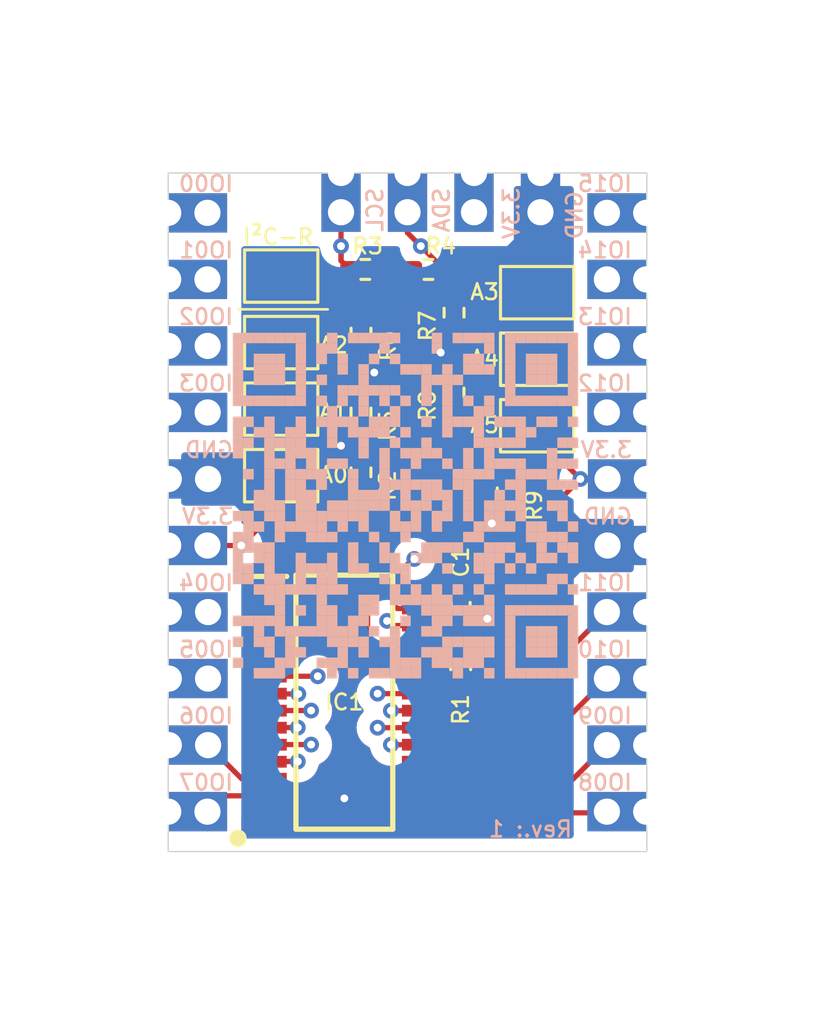
<source format=kicad_pcb>
(kicad_pcb (version 20240108) (generator "pcbnew") (generator_version "8.0")
  (title_block (title "Breakout board: IO-Expander based on PCA9685") (date "2024-06-09") (rev "1") (company "Thomas Fanninger") (comment 4 "AISLER Project ID: HDXRUNUK"))
  (layers (0 "F.Cu" signal) (1 "In1.Cu" signal) (2 "In2.Cu" signal) (31 "B.Cu" signal) (34 "B.Paste" user) (35 "F.Paste" user) (36 "B.SilkS" user "B.Silkscreen") (37 "F.SilkS" user "F.Silkscreen") (38 "B.Mask" user) (39 "F.Mask" user) (44 "Edge.Cuts" user))
  (net 0 "")
  (net 1 "/A2")
  (net 2 "/A1")
  (net 3 "/IO14")
  (net 5 "/IO4")
  (net 6 "/IO15")
  (net 7 "/A5")
  (net 8 "/IO2")
  (net 9 "/SCL")
  (net 10 "/IO11")
  (net 11 "GNDD")
  (net 12 "/IO1")
  (net 13 "/IO5")
  (net 14 "/A3")
  (net 15 "/IO13")
  (net 16 "/IO10")
  (net 17 "/IO8")
  (net 18 "/IO12")
  (net 19 "/A0")
  (net 20 "+3.3V")
  (net 21 "/A4")
  (net 22 "/IO3")
  (net 23 "/IO6")
  (net 24 "/IO7")
  (net 25 "/IO0")
  (net 26 "/IO9")
  (net 27 "/~{OE}")
  (net 28 "/SDA")
  (net 29 "Net-(JP2-A)")
  (footprint "Castellated_Holes:Castellated_Hole02" (layer "F.Cu") (at 96.52 79.756)
    (property "Reference" "J1" (hide yes))
    (property "Value" "~" (hide yes))
    (pad "1" thru_hole rect (at 0 0) (size 2.25 1.5) (drill 1 (offset 1.125 0)) (property pad_prop_castellated) (layers "*.Cu" "*.Mask") (net 25 "/IO0"))
    (pad "1" thru_hole circle (at 1.5 0) (size 1.5 1.5) (drill 1) (property pad_prop_castellated) (layers "*.Cu" "*.Mask") (net 25 "/IO0"))
  )
  (footprint "Jumper:SolderJumper-2_P1.3mm_Open_TrianglePad1.0x1.5mm" (layer "F.Cu") (at 110.617 82.804)
    (property "Reference" "JP5" (hide yes))
    (property "Value" "SolderJumper_2_Open" (hide yes))
    (pad "1" smd custom (at -0.725 0) (size 0.3 0.3) (layers "F.Cu" "F.Mask") (net 14 "/A3") (options (clearance outline) (anchor rect)) (primitives (gr_poly (pts (xy 1 0) (xy 0.5 0.75) (xy -0.5 0.75) (xy -0.5 -0.75) (xy 0.5 -0.75)) (width 0) (fill yes))))
    (pad "2" smd custom (at 0.725 0) (size 0.3 0.3) (layers "F.Cu" "F.Mask") (net 20 "+3.3V") (options (clearance outline) (anchor rect)) (primitives (gr_poly (pts (xy 0.5 0.75) (xy -0.65 0.75) (xy -0.15 0) (xy -0.65 -0.75) (xy 0.5 -0.75)) (width 0) (fill yes))))
  )
  (footprint "Castellated_Holes:Castellated_Hole02" (layer "F.Cu") (at 114.784 102.616 180)
    (property "Reference" "J9" (hide yes))
    (property "Value" "~" (hide yes))
    (pad "1" thru_hole rect (at 0 0 180) (size 2.25 1.5) (drill 1 (offset 1.125 0)) (property pad_prop_castellated) (layers "*.Cu" "*.Mask") (net 17 "/IO8"))
    (pad "1" thru_hole circle (at 1.5 0 180) (size 1.5 1.5) (drill 1) (property pad_prop_castellated) (layers "*.Cu" "*.Mask") (net 17 "/IO8"))
  )
  (footprint "PCM_kikit:Tab" (layer "F.Cu") (at 113.538 104.394 90)
    (property "Reference" "T4" (hide yes))
    (property "Value" "Tab")
  )
  (footprint "Castellated_Holes:Castellated_Hole02" (layer "F.Cu") (at 114.784 87.376 180)
    (property "Reference" "J13" (hide yes))
    (property "Value" "~" (hide yes))
    (pad "1" thru_hole rect (at 0 0 180) (size 2.25 1.5) (drill 1 (offset 1.125 0)) (property pad_prop_castellated) (layers "*.Cu" "*.Mask") (net 18 "/IO12"))
    (pad "1" thru_hole circle (at 1.5 0 180) (size 1.5 1.5) (drill 1) (property pad_prop_castellated) (layers "*.Cu" "*.Mask") (net 18 "/IO12"))
  )
  (footprint "PCM_kikit:Tab" (layer "F.Cu") (at 97.79 77.978 -90)
    (property "Reference" "T1" (hide yes))
    (property "Value" "Tab")
  )
  (footprint "Resistor_SMD:R_0402_1005Metric_Pad0.72x0.64mm_HandSolder" (layer "F.Cu") (at 106.4635 81.915 180)
    (property "Reference" "R4" (at -0.4705 0.889 180) (layer "F.SilkS") (effects (font (size 0.6 0.6) (thickness 0.1) (bold yes))))
    (property "Value" "10k" (hide yes))
    (pad "1" smd roundrect (at -0.5975 0 180) (size 0.715 0.64) (layers "F.Cu" "F.Paste" "F.Mask") (net 28 "/SDA"))
    (pad "2" smd roundrect (at 0.5975 0 180) (size 0.715 0.64) (layers "F.Cu" "F.Paste" "F.Mask") (net 29 "Net-(JP2-A)"))
  )
  (footprint "Castellated_Holes:Castellated_Hole02" (layer "F.Cu") (at 114.784 94.996 180)
    (property "Reference" "J12" (hide yes))
    (property "Value" "~" (hide yes))
    (pad "1" thru_hole rect (at 0 0 180) (size 2.25 1.5) (drill 1 (offset 1.125 0)) (property pad_prop_castellated) (layers "*.Cu" "*.Mask") (net 10 "/IO11"))
    (pad "1" thru_hole circle (at 1.5 0 180) (size 1.5 1.5) (drill 1) (property pad_prop_castellated) (layers "*.Cu" "*.Mask") (net 10 "/IO11"))
  )
  (footprint "Castellated_Holes:Castellated_Hole02" (layer "F.Cu") (at 114.784 97.536 180)
    (property "Reference" "J11" (hide yes))
    (property "Value" "~" (hide yes))
    (pad "1" thru_hole rect (at 0 0 180) (size 2.25 1.5) (drill 1 (offset 1.125 0)) (property pad_prop_castellated) (layers "*.Cu" "*.Mask") (net 16 "/IO10"))
    (pad "1" thru_hole circle (at 1.5 0 180) (size 1.5 1.5) (drill 1) (property pad_prop_castellated) (layers "*.Cu" "*.Mask") (net 16 "/IO10"))
  )
  (footprint "Jumper:SolderJumper-2_P1.3mm_Open_TrianglePad1.0x1.5mm" (layer "F.Cu") (at 100.838 82.169 180)
    (property "Reference" "JP2" (hide yes))
    (property "Value" "SolderJumper_2_Open" (hide yes))
    (pad "1" smd custom (at -0.725 0 180) (size 0.3 0.3) (layers "F.Cu" "F.Mask") (net 29 "Net-(JP2-A)") (options (clearance outline) (anchor rect)) (primitives (gr_poly (pts (xy 1 0) (xy 0.5 0.75) (xy -0.5 0.75) (xy -0.5 -0.75) (xy 0.5 -0.75)) (width 0) (fill yes))))
    (pad "2" smd custom (at 0.725 0 180) (size 0.3 0.3) (layers "F.Cu" "F.Mask") (net 20 "+3.3V") (options (clearance outline) (anchor rect)) (primitives (gr_poly (pts (xy 0.5 0.75) (xy -0.65 0.75) (xy -0.15 0) (xy -0.65 -0.75) (xy 0.5 -0.75)) (width 0) (fill yes))))
  )
  (footprint "Resistor_SMD:R_0402_1005Metric_Pad0.72x0.64mm_HandSolder" (layer "F.Cu") (at 107.442 86.614 90)
    (property "Reference" "R8" (at -0.508 -1.016 -90) (layer "F.SilkS") (effects (font (size 0.6 0.6) (thickness 0.1) (bold yes))))
    (property "Value" "10k" (hide yes))
    (pad "1" smd roundrect (at -0.5975 0 90) (size 0.715 0.64) (layers "F.Cu" "F.Paste" "F.Mask") (net 21 "/A4"))
    (pad "2" smd roundrect (at 0.5975 0 90) (size 0.715 0.64) (layers "F.Cu" "F.Paste" "F.Mask") (net 11 "GNDD"))
  )
  (footprint "Castellated_Holes:Castellated_Hole02" (layer "F.Cu") (at 96.544 94.996)
    (property "Reference" "J5" (hide yes))
    (property "Value" "~" (hide yes))
    (pad "1" thru_hole rect (at 0 0) (size 2.25 1.5) (drill 1 (offset 1.125 0)) (property pad_prop_castellated) (layers "*.Cu" "*.Mask") (net 5 "/IO4"))
    (pad "1" thru_hole circle (at 1.5 0) (size 1.5 1.5) (drill 1) (property pad_prop_castellated) (layers "*.Cu" "*.Mask") (net 5 "/IO4"))
  )
  (footprint "Resistor_SMD:R_0402_1005Metric_Pad0.72x0.64mm_HandSolder" (layer "F.Cu") (at 104.0505 81.915)
    (property "Reference" "R3" (at 0.0895 -0.889 0) (layer "F.SilkS") (effects (font (size 0.6 0.6) (thickness 0.1) (bold yes))))
    (property "Value" "10k" (hide yes))
    (pad "1" smd roundrect (at -0.5975 0) (size 0.715 0.64) (layers "F.Cu" "F.Paste" "F.Mask") (net 9 "/SCL"))
    (pad "2" smd roundrect (at 0.5975 0) (size 0.715 0.64) (layers "F.Cu" "F.Paste" "F.Mask") (net 29 "Net-(JP2-A)"))
  )
  (footprint "Castellated_Holes:Castellated_Hole02" (layer "F.Cu") (at 110.744 78.232 -90)
    (property "Reference" "J30" (hide yes))
    (property "Value" "~" (hide yes))
    (pad "1" thru_hole rect (at 0 0 270) (size 2.25 1.5) (drill 1 (offset 1.125 0)) (property pad_prop_castellated) (layers "*.Cu" "*.Mask") (net 11 "GNDD"))
    (pad "1" thru_hole circle (at 1.5 0 270) (size 1.5 1.5) (drill 1) (property pad_prop_castellated) (layers "*.Cu" "*.Mask") (net 11 "GNDD"))
  )
  (footprint "Castellated_Holes:Castellated_Hole02" (layer "F.Cu") (at 96.544 100.076)
    (property "Reference" "J7" (hide yes))
    (property "Value" "~" (hide yes))
    (pad "1" thru_hole rect (at 0 0) (size 2.25 1.5) (drill 1 (offset 1.125 0)) (property pad_prop_castellated) (layers "*.Cu" "*.Mask") (net 23 "/IO6"))
    (pad "1" thru_hole circle (at 1.5 0) (size 1.5 1.5) (drill 1) (property pad_prop_castellated) (layers "*.Cu" "*.Mask") (net 23 "/IO6"))
  )
  (footprint "Castellated_Holes:Castellated_Hole02" (layer "F.Cu") (at 96.52 92.456)
    (property "Reference" "J19" (hide yes))
    (property "Value" "~" (hide yes))
    (pad "1" thru_hole rect (at 0 0) (size 2.25 1.5) (drill 1 (offset 1.125 0)) (property pad_prop_castellated) (layers "*.Cu" "*.Mask") (net 20 "+3.3V"))
    (pad "1" thru_hole circle (at 1.5 0) (size 1.5 1.5) (drill 1) (property pad_prop_castellated) (layers "*.Cu" "*.Mask") (net 20 "+3.3V"))
  )
  (footprint "Castellated_Holes:Castellated_Hole02" (layer "F.Cu") (at 108.204 78.232 -90)
    (property "Reference" "J23" (hide yes))
    (property "Value" "~" (hide yes))
    (pad "1" thru_hole rect (at 0 0 270) (size 2.25 1.5) (drill 1 (offset 1.125 0)) (property pad_prop_castellated) (layers "*.Cu" "*.Mask") (net 20 "+3.3V"))
    (pad "1" thru_hole circle (at 1.5 0 270) (size 1.5 1.5) (drill 1) (property pad_prop_castellated) (layers "*.Cu" "*.Mask") (net 20 "+3.3V"))
  )
  (footprint "Castellated_Holes:Castellated_Hole02" (layer "F.Cu") (at 114.784 82.296 180)
    (property "Reference" "J15" (hide yes))
    (property "Value" "~" (hide yes))
    (pad "1" thru_hole rect (at 0 0 180) (size 2.25 1.5) (drill 1 (offset 1.125 0)) (property pad_prop_castellated) (layers "*.Cu" "*.Mask") (net 3 "/IO14"))
    (pad "1" thru_hole circle (at 1.5 0 180) (size 1.5 1.5) (drill 1) (property pad_prop_castellated) (layers "*.Cu" "*.Mask") (net 3 "/IO14"))
  )
  (footprint "library:SOP65P640X110-28N" (layer "F.Cu") (at 103.251 98.436)
    (property "Reference" "IC1" (at 0 0 0) (layer "F.SilkS") (effects (font (size 0.6 0.6) (thickness 0.1) (bold yes))))
    (property "Value" "PCA9685PW,118" (hide yes))
    (pad "1" smd rect (at -2.938 -4.225 90) (size 0.45 1.475) (layers "F.Cu" "F.Paste" "F.Mask") (net 19 "/A0"))
    (pad "2" smd rect (at -2.938 -3.575 90) (size 0.45 1.475) (layers "F.Cu" "F.Paste" "F.Mask") (net 2 "/A1"))
    (pad "3" smd rect (at -2.938 -2.925 90) (size 0.45 1.475) (layers "F.Cu" "F.Paste" "F.Mask") (net 1 "/A2"))
    (pad "4" smd rect (at -2.938 -2.275 90) (size 0.45 1.475) (layers "F.Cu" "F.Paste" "F.Mask") (net 14 "/A3"))
    (pad "5" smd rect (at -2.938 -1.625 90) (size 0.45 1.475) (layers "F.Cu" "F.Paste" "F.Mask") (net 21 "/A4"))
    (pad "6" smd rect (at -2.938 -0.975 90) (size 0.45 1.475) (layers "F.Cu" "F.Paste" "F.Mask") (net 25 "/IO0"))
    (pad "7" smd rect (at -2.938 -0.325 90) (size 0.45 1.475) (layers "F.Cu" "F.Paste" "F.Mask") (net 12 "/IO1"))
    (pad "8" smd rect (at -2.938 0.325 90) (size 0.45 1.475) (layers "F.Cu" "F.Paste" "F.Mask") (net 8 "/IO2"))
    (pad "9" smd rect (at -2.938 0.975 90) (size 0.45 1.475) (layers "F.Cu" "F.Paste" "F.Mask") (net 22 "/IO3"))
    (pad "10" smd rect (at -2.938 1.625 90) (size 0.45 1.475) (layers "F.Cu" "F.Paste" "F.Mask") (net 5 "/IO4"))
    (pad "11" smd rect (at -2.938 2.275 90) (size 0.45 1.475) (layers "F.Cu" "F.Paste" "F.Mask") (net 13 "/IO5"))
    (pad "12" smd rect (at -2.938 2.925 90) (size 0.45 1.475) (layers "F.Cu" "F.Paste" "F.Mask") (net 23 "/IO6"))
    (pad "13" smd rect (at -2.938 3.575 90) (size 0.45 1.475) (layers "F.Cu" "F.Paste" "F.Mask") (net 24 "/IO7"))
    (pad "14" smd rect (at -2.938 4.225 90) (size 0.45 1.475) (layers "F.Cu" "F.Paste" "F.Mask") (net 11 "GNDD"))
    (pad "15" smd rect (at 2.938 4.225 90) (size 0.45 1.475) (layers "F.Cu" "F.Paste" "F.Mask") (net 17 "/IO8"))
    (pad "16" smd rect (at 2.938 3.575 90) (size 0.45 1.475) (layers "F.Cu" "F.Paste" "F.Mask") (net 26 "/IO9"))
    (pad "17" smd rect (at 2.938 2.925 90) (size 0.45 1.475) (layers "F.Cu" "F.Paste" "F.Mask") (net 16 "/IO10"))
    (pad "18" smd rect (at 2.938 2.275 90) (size 0.45 1.475) (layers "F.Cu" "F.Paste" "F.Mask") (net 10 "/IO11"))
    (pad "19" smd rect (at 2.938 1.625 90) (size 0.45 1.475) (layers "F.Cu" "F.Paste" "F.Mask") (net 18 "/IO12"))
    (pad "20" smd rect (at 2.938 0.975 90) (size 0.45 1.475) (layers "F.Cu" "F.Paste" "F.Mask") (net 15 "/IO13"))
    (pad "21" smd rect (at 2.938 0.325 90) (size 0.45 1.475) (layers "F.Cu" "F.Paste" "F.Mask") (net 3 "/IO14"))
    (pad "22" smd rect (at 2.938 -0.325 90) (size 0.45 1.475) (layers "F.Cu" "F.Paste" "F.Mask") (net 6 "/IO15"))
    (pad "23" smd rect (at 2.938 -0.975 90) (size 0.45 1.475) (layers "F.Cu" "F.Paste" "F.Mask") (net 27 "/~{OE}"))
    (pad "24" smd rect (at 2.938 -1.625 90) (size 0.45 1.475) (layers "F.Cu" "F.Paste" "F.Mask") (net 7 "/A5"))
    (pad "25" smd rect (at 2.938 -2.275 90) (size 0.45 1.475) (layers "F.Cu" "F.Paste" "F.Mask"))
    (pad "26" smd rect (at 2.938 -2.925 90) (size 0.45 1.475) (layers "F.Cu" "F.Paste" "F.Mask") (net 9 "/SCL"))
    (pad "27" smd rect (at 2.938 -3.575 90) (size 0.45 1.475) (layers "F.Cu" "F.Paste" "F.Mask") (net 28 "/SDA"))
    (pad "28" smd rect (at 2.938 -4.225 90) (size 0.45 1.475) (layers "F.Cu" "F.Paste" "F.Mask") (net 20 "+3.3V"))
  )
  (footprint "Resistor_SMD:R_0402_1005Metric_Pad0.72x0.64mm_HandSolder" (layer "F.Cu") (at 107.696 97.028 -90)
    (property "Reference" "R1" (at 1.6885 0 90) (layer "F.SilkS") (effects (font (size 0.6 0.6) (thickness 0.1) (bold yes))))
    (property "Value" "10k" (hide yes))
    (pad "1" smd roundrect (at -0.5975 0 270) (size 0.715 0.64) (layers "F.Cu" "F.Paste" "F.Mask") (net 11 "GNDD"))
    (pad "2" smd roundrect (at 0.5975 0 270) (size 0.715 0.64) (layers "F.Cu" "F.Paste" "F.Mask") (net 27 "/~{OE}"))
  )
  (footprint "Jumper:SolderJumper-2_P1.3mm_Open_TrianglePad1.0x1.5mm" (layer "F.Cu") (at 110.617 85.344)
    (property "Reference" "JP6" (hide yes))
    (property "Value" "SolderJumper_2_Open" (hide yes))
    (pad "1" smd custom (at -0.725 0) (size 0.3 0.3) (layers "F.Cu" "F.Mask") (net 21 "/A4") (options (clearance outline) (anchor rect)) (primitives (gr_poly (pts (xy 1 0) (xy 0.5 0.75) (xy -0.5 0.75) (xy -0.5 -0.75) (xy 0.5 -0.75)) (width 0) (fill yes))))
    (pad "2" smd custom (at 0.725 0) (size 0.3 0.3) (layers "F.Cu" "F.Mask") (net 20 "+3.3V") (options (clearance outline) (anchor rect)) (primitives (gr_poly (pts (xy 0.5 0.75) (xy -0.65 0.75) (xy -0.15 0) (xy -0.65 -0.75) (xy 0.5 -0.75)) (width 0) (fill yes))))
  )
  (footprint "Resistor_SMD:R_0402_1005Metric_Pad0.72x0.64mm_HandSolder" (layer "F.Cu") (at 103.886 89.662 90)
    (property "Reference" "R2" (at -0.508 1.016 -90) (layer "F.SilkS") (effects (font (size 0.6 0.6) (thickness 0.1) (bold yes))))
    (property "Value" "10k" (hide yes))
    (pad "1" smd roundrect (at -0.5975 0 90) (size 0.715 0.64) (layers "F.Cu" "F.Paste" "F.Mask") (net 19 "/A0"))
    (pad "2" smd roundrect (at 0.5975 0 90) (size 0.715 0.64) (layers "F.Cu" "F.Paste" "F.Mask") (net 11 "GNDD"))
  )
  (footprint "Resistor_SMD:R_0402_1005Metric_Pad0.72x0.64mm_HandSolder" (layer "F.Cu") (at 107.442 83.566 -90)
    (property "Reference" "R7" (at 0.508 1.016 90) (layer "F.SilkS") (effects (font (size 0.6 0.6) (thickness 0.1) (bold yes))))
    (property "Value" "10k" (hide yes))
    (pad "1" smd roundrect (at -0.5975 0 270) (size 0.715 0.64) (layers "F.Cu" "F.Paste" "F.Mask") (net 14 "/A3"))
    (pad "2" smd roundrect (at 0.5975 0 270) (size 0.715 0.64) (layers "F.Cu" "F.Paste" "F.Mask") (net 11 "GNDD"))
  )
  (footprint "PCM_kikit:Tab" (layer "F.Cu") (at 97.79 104.394 90)
    (property "Reference" "T3" (hide yes))
    (property "Value" "Tab")
  )
  (footprint "Castellated_Holes:Castellated_Hole02" (layer "F.Cu") (at 96.544 89.916)
    (property "Reference" "J18" (hide yes))
    (property "Value" "~" (hide yes))
    (pad "1" thru_hole rect (at 0 0) (size 2.25 1.5) (drill 1 (offset 1.125 0)) (property pad_prop_castellated) (layers "*.Cu" "*.Mask") (net 11 "GNDD"))
    (pad "1" thru_hole circle (at 1.5 0) (size 1.5 1.5) (drill 1) (property pad_prop_castellated) (layers "*.Cu" "*.Mask") (net 11 "GNDD"))
  )
  (footprint "Jumper:SolderJumper-2_P1.3mm_Open_TrianglePad1.0x1.5mm" (layer "F.Cu") (at 100.838 84.709 180)
    (property "Reference" "JP4" (hide yes))
    (property "Value" "SolderJumper_2_Open" (hide yes))
    (pad "1" smd custom (at -0.725 0 180) (size 0.3 0.3) (layers "F.Cu" "F.Mask") (net 1 "/A2") (options (clearance outline) (anchor rect)) (primitives (gr_poly (pts (xy 1 0) (xy 0.5 0.75) (xy -0.5 0.75) (xy -0.5 -0.75) (xy 0.5 -0.75)) (width 0) (fill yes))))
    (pad "2" smd custom (at 0.725 0 180) (size 0.3 0.3) (layers "F.Cu" "F.Mask") (net 20 "+3.3V") (options (clearance outline) (anchor rect)) (primitives (gr_poly (pts (xy 0.5 0.75) (xy -0.65 0.75) (xy -0.15 0) (xy -0.65 -0.75) (xy 0.5 -0.75)) (width 0) (fill yes))))
  )
  (footprint "Jumper:SolderJumper-2_P1.3mm_Open_TrianglePad1.0x1.5mm" (layer "F.Cu") (at 110.617 87.884)
    (property "Reference" "JP7" (hide yes))
    (property "Value" "SolderJumper_2_Open" (hide yes))
    (pad "1" smd custom (at -0.725 0) (size 0.3 0.3) (layers "F.Cu" "F.Mask") (net 7 "/A5") (options (clearance outline) (anchor rect)) (primitives (gr_poly (pts (xy 1 0) (xy 0.5 0.75) (xy -0.5 0.75) (xy -0.5 -0.75) (xy 0.5 -0.75)) (width 0) (fill yes))))
    (pad "2" smd custom (at 0.725 0) (size 0.3 0.3) (layers "F.Cu" "F.Mask") (net 20 "+3.3V") (options (clearance outline) (anchor rect)) (primitives (gr_poly (pts (xy 0.5 0.75) (xy -0.65 0.75) (xy -0.15 0) (xy -0.65 -0.75) (xy 0.5 -0.75)) (width 0) (fill yes))))
  )
  (footprint "Resistor_SMD:R_0402_1005Metric_Pad0.72x0.64mm_HandSolder" (layer "F.Cu") (at 109.474 90.424 -90)
    (property "Reference" "R9" (at 0.508 -1.016 90) (layer "F.SilkS") (effects (font (size 0.6 0.6) (thickness 0.1) (bold yes))))
    (property "Value" "10k" (hide yes))
    (pad "1" smd roundrect (at -0.5975 0 270) (size 0.715 0.64) (layers "F.Cu" "F.Paste" "F.Mask") (net 7 "/A5"))
    (pad "2" smd roundrect (at 0.5975 0 270) (size 0.715 0.64) (layers "F.Cu" "F.Paste" "F.Mask") (net 11 "GNDD"))
  )
  (footprint "Castellated_Holes:Castellated_Hole02" (layer "F.Cu") (at 114.808 92.456 180)
    (property "Reference" "J20" (hide yes))
    (property "Value" "~" (hide yes))
    (pad "1" thru_hole rect (at 0 0 180) (size 2.25 1.5) (drill 1 (offset 1.125 0)) (property pad_prop_castellated) (layers "*.Cu" "*.Mask") (net 11 "GNDD"))
    (pad "1" thru_hole circle (at 1.5 0 180) (size 1.5 1.5) (drill 1) (property pad_prop_castellated) (layers "*.Cu" "*.Mask") (net 11 "GNDD"))
  )
  (footprint "Castellated_Holes:Castellated_Hole02" (layer "F.Cu") (at 96.528 87.376)
    (property "Reference" "J4" (hide yes))
    (property "Value" "~" (hide yes))
    (pad "1" thru_hole rect (at 0 0) (size 2.25 1.5) (drill 1 (offset 1.125 0)) (property pad_prop_castellated) (layers "*.Cu" "*.Mask") (net 22 "/IO3"))
    (pad "1" thru_hole circle (at 1.5 0) (size 1.5 1.5) (drill 1) (property pad_prop_castellated) (layers "*.Cu" "*.Mask") (net 22 "/IO3"))
  )
  (footprint "Jumper:SolderJumper-2_P1.3mm_Open_TrianglePad1.0x1.5mm" (layer "F.Cu") (at 100.838 89.789 180)
    (property "Reference" "JP1" (hide yes))
    (property "Value" "SolderJumper_2_Open" (hide yes))
    (pad "1" smd custom (at -0.725 0 180) (size 0.3 0.3) (layers "F.Cu" "F.Mask") (net 19 "/A0") (options (clearance outline) (anchor rect)) (primitives (gr_poly (pts (xy 1 0) (xy 0.5 0.75) (xy -0.5 0.75) (xy -0.5 -0.75) (xy 0.5 -0.75)) (width 0) (fill yes))))
    (pad "2" smd custom (at 0.725 0 180) (size 0.3 0.3) (layers "F.Cu" "F.Mask") (net 20 "+3.3V") (options (clearance outline) (anchor rect)) (primitives (gr_poly (pts (xy 0.5 0.75) (xy -0.65 0.75) (xy -0.15 0) (xy -0.65 -0.75) (xy 0.5 -0.75)) (width 0) (fill yes))))
  )
  (footprint "Castellated_Holes:Castellated_Hole02" (layer "F.Cu") (at 114.784 79.756 180)
    (property "Reference" "J16" (hide yes))
    (property "Value" "~" (hide yes))
    (pad "1" thru_hole rect (at 0 0 180) (size 2.25 1.5) (drill 1 (offset 1.125 0)) (property pad_prop_castellated) (layers "*.Cu" "*.Mask") (net 6 "/IO15"))
    (pad "1" thru_hole circle (at 1.5 0 180) (size 1.5 1.5) (drill 1) (property pad_prop_castellated) (layers "*.Cu" "*.Mask") (net 6 "/IO15"))
  )
  (footprint "Castellated_Holes:Castellated_Hole02" (layer "F.Cu") (at 114.784 84.836 180)
    (property "Reference" "J14" (hide yes))
    (property "Value" "~" (hide yes))
    (pad "1" thru_hole rect (at 0 0 180) (size 2.25 1.5) (drill 1 (offset 1.125 0)) (property pad_prop_castellated) (layers "*.Cu" "*.Mask") (net 15 "/IO13"))
    (pad "1" thru_hole circle (at 1.5 0 180) (size 1.5 1.5) (drill 1) (property pad_prop_castellated) (layers "*.Cu" "*.Mask") (net 15 "/IO13"))
  )
  (footprint "Castellated_Holes:Castellated_Hole02" (layer "F.Cu") (at 105.664 78.232 -90)
    (property "Reference" "J29" (hide yes))
    (property "Value" "~" (hide yes))
    (pad "1" thru_hole rect (at 0 0 270) (size 2.25 1.5) (drill 1 (offset 1.125 0)) (property pad_prop_castellated) (layers "*.Cu" "*.Mask") (net 28 "/SDA"))
    (pad "1" thru_hole circle (at 1.5 0 270) (size 1.5 1.5) (drill 1) (property pad_prop_castellated) (layers "*.Cu" "*.Mask") (net 28 "/SDA"))
  )
  (footprint "Castellated_Holes:Castellated_Hole02" (layer "F.Cu") (at 103.124 78.232 -90)
    (property "Reference" "J28" (hide yes))
    (property "Value" "~" (hide yes))
    (pad "1" thru_hole rect (at 0 0 270) (size 2.25 1.5) (drill 1 (offset 1.125 0)) (property pad_prop_castellated) (layers "*.Cu" "*.Mask") (net 9 "/SCL"))
    (pad "1" thru_hole circle (at 1.5 0 270) (size 1.5 1.5) (drill 1) (property pad_prop_castellated) (layers "*.Cu" "*.Mask") (net 9 "/SCL"))
  )
  (footprint "Resistor_SMD:R_0402_1005Metric_Pad0.72x0.64mm_HandSolder" (layer "F.Cu") (at 103.886 87.376 90)
    (property "Reference" "R5" (at -0.508 1.016 -90) (layer "F.SilkS") (effects (font (size 0.6 0.6) (thickness 0.1) (bold yes))))
    (property "Value" "10k" (hide yes))
    (pad "1" smd roundrect (at -0.5975 0 90) (size 0.715 0.64) (layers "F.Cu" "F.Paste" "F.Mask") (net 2 "/A1"))
    (pad "2" smd roundrect (at 0.5975 0 90) (size 0.715 0.64) (layers "F.Cu" "F.Paste" "F.Mask") (net 11 "GNDD"))
  )
  (footprint "Castellated_Holes:Castellated_Hole02" (layer "F.Cu") (at 114.808 89.916 180)
    (property "Reference" "J17" (hide yes))
    (property "Value" "~" (hide yes))
    (pad "1" thru_hole rect (at 0 0 180) (size 2.25 1.5) (drill 1 (offset 1.125 0)) (property pad_prop_castellated) (layers "*.Cu" "*.Mask") (net 20 "+3.3V"))
    (pad "1" thru_hole circle (at 1.5 0 180) (size 1.5 1.5) (drill 1) (property pad_prop_castellated) (layers "*.Cu" "*.Mask") (net 20 "+3.3V"))
  )
  (footprint "Castellated_Holes:Castellated_Hole02" (layer "F.Cu") (at 96.52 102.616)
    (property "Reference" "J8" (hide yes))
    (property "Value" "~" (hide yes))
    (pad "1" thru_hole rect (at 0 0) (size 2.25 1.5) (drill 1 (offset 1.125 0)) (property pad_prop_castellated) (layers "*.Cu" "*.Mask") (net 24 "/IO7"))
    (pad "1" thru_hole circle (at 1.5 0) (size 1.5 1.5) (drill 1) (property pad_prop_castellated) (layers "*.Cu" "*.Mask") (net 24 "/IO7"))
  )
  (footprint "Castellated_Holes:Castellated_Hole02" (layer "F.Cu") (at 96.52 82.296)
    (property "Reference" "J2" (hide yes))
    (property "Value" "~" (hide yes))
    (pad "1" thru_hole rect (at 0 0) (size 2.25 1.5) (drill 1 (offset 1.125 0)) (property pad_prop_castellated) (layers "*.Cu" "*.Mask") (net 12 "/IO1"))
    (pad "1" thru_hole circle (at 1.5 0) (size 1.5 1.5) (drill 1) (property pad_prop_castellated) (layers "*.Cu" "*.Mask") (net 12 "/IO1"))
  )
  (footprint "Castellated_Holes:Castellated_Hole02" (layer "F.Cu") (at 96.544 97.536)
    (property "Reference" "J6" (hide yes))
    (property "Value" "~" (hide yes))
    (pad "1" thru_hole rect (at 0 0) (size 2.25 1.5) (drill 1 (offset 1.125 0)) (property pad_prop_castellated) (layers "*.Cu" "*.Mask") (net 13 "/IO5"))
    (pad "1" thru_hole circle (at 1.5 0) (size 1.5 1.5) (drill 1) (property pad_prop_castellated) (layers "*.Cu" "*.Mask") (net 13 "/IO5"))
  )
  (footprint "Castellated_Holes:Castellated_Hole02" (layer "F.Cu") (at 114.784 100.076 180)
    (property "Reference" "J10" (hide yes))
    (property "Value" "~" (hide yes))
    (pad "1" thru_hole rect (at 0 0 180) (size 2.25 1.5) (drill 1 (offset 1.125 0)) (property pad_prop_castellated) (layers "*.Cu" "*.Mask") (net 26 "/IO9"))
    (pad "1" thru_hole circle (at 1.5 0 180) (size 1.5 1.5) (drill 1) (property pad_prop_castellated) (layers "*.Cu" "*.Mask") (net 26 "/IO9"))
  )
  (footprint "PCM_kikit:Tab" (layer "F.Cu") (at 113.538 77.978 -90)
    (property "Reference" "T2" (hide yes))
    (property "Value" "Tab")
  )
  (footprint "Capacitor_SMD:C_0402_1005Metric_Pad0.74x0.62mm_HandSolder" (layer "F.Cu") (at 107.696 94.742 -90)
    (property "Reference" "C1" (at -1.651 0 90) (layer "F.SilkS") (effects (font (size 0.6 0.6) (thickness 0.1) (bold yes))))
    (property "Value" "10uF" (hide yes))
    (pad "1" smd roundrect (at -0.5675 0 270) (size 0.735 0.62) (layers "F.Cu" "F.Paste" "F.Mask") (net 20 "+3.3V"))
    (pad "2" smd roundrect (at 0.5675 0 270) (size 0.735 0.62) (layers "F.Cu" "F.Paste" "F.Mask") (net 11 "GNDD"))
  )
  (footprint "Castellated_Holes:Castellated_Hole02" (layer "F.Cu") (at 96.528 84.836)
    (property "Reference" "J3" (hide yes))
    (property "Value" "~" (hide yes))
    (pad "1" thru_hole rect (at 0 0) (size 2.25 1.5) (drill 1 (offset 1.125 0)) (property pad_prop_castellated) (layers "*.Cu" "*.Mask") (net 8 "/IO2"))
    (pad "1" thru_hole circle (at 1.5 0) (size 1.5 1.5) (drill 1) (property pad_prop_castellated) (layers "*.Cu" "*.Mask") (net 8 "/IO2"))
  )
  (footprint "Resistor_SMD:R_0402_1005Metric_Pad0.72x0.64mm_HandSolder" (layer "F.Cu") (at 103.886 84.328 -90)
    (property "Reference" "R6" (at 0.508 -1.016 90) (layer "F.SilkS") (effects (font (size 0.6 0.6) (thickness 0.1) (bold yes))))
    (property "Value" "10k" (hide yes))
    (pad "1" smd roundrect (at -0.5975 0 270) (size 0.715 0.64) (layers "F.Cu" "F.Paste" "F.Mask") (net 1 "/A2"))
    (pad "2" smd roundrect (at 0.5975 0 270) (size 0.715 0.64) (layers "F.Cu" "F.Paste" "F.Mask") (net 11 "GNDD"))
  )
  (footprint "Jumper:SolderJumper-2_P1.3mm_Open_TrianglePad1.0x1.5mm" (layer "F.Cu") (at 100.838 87.249 180)
    (property "Reference" "JP3" (hide yes))
    (property "Value" "SolderJumper_2_Open" (hide yes))
    (pad "1" smd custom (at -0.725 0 180) (size 0.3 0.3) (layers "F.Cu" "F.Mask") (net 2 "/A1") (options (clearance outline) (anchor rect)) (primitives (gr_poly (pts (xy 1 0) (xy 0.5 0.75) (xy -0.5 0.75) (xy -0.5 -0.75) (xy 0.5 -0.75)) (width 0) (fill yes))))
    (pad "2" smd custom (at 0.725 0 180) (size 0.3 0.3) (layers "F.Cu" "F.Mask") (net 20 "+3.3V") (options (clearance outline) (anchor rect)) (primitives (gr_poly (pts (xy 0.5 0.75) (xy -0.65 0.75) (xy -0.15 0) (xy -0.65 -0.75) (xy 0.5 -0.75)) (width 0) (fill yes))))
  )
  (footprint "https://github.com/fanningert/kicad_pcb_ioexpander" (layer "B.Cu") (at 105.5878 90.932 180)
    (property "Reference" "QR*****" (hide yes))
    (property "Value" "https://github.com/fanningert/kicad_pcb_ioexpander" (hide yes))
  )
  (gr_line (start 99.187 83.439) (end 102.616 83.439) (stroke (width 0.1)) (layer "F.SilkS"))
  (gr_circle (center 99.187 103.632) (end 99.470981 103.632) (stroke (width 0.1)) (fill solid) (layer "F.SilkS"))
  (gr_line (start 96.52 104.14) (end 114.808 104.14) (stroke (width 0.05)) (layer "Edge.Cuts"))
  (gr_line (start 114.808 104.14) (end 114.808 78.232) (stroke (width 0.05)) (layer "Edge.Cuts"))
  (gr_line (start 114.808 78.232) (end 96.52 78.232) (stroke (width 0.05)) (layer "Edge.Cuts"))
  (gr_line (start 96.52 78.232) (end 96.52 104.14) (stroke (width 0.05)) (layer "Edge.Cuts"))
  (gr_text "IO04" (at 99.06 94.234 0) (layer "B.SilkS") (effects (font (size 0.6 0.6) (thickness 0.1)) (justify left bottom mirror)))
  (gr_text "IO08" (at 114.3 101.854 0) (layer "B.SilkS") (effects (font (size 0.6 0.6) (thickness 0.1)) (justify left bottom mirror)))
  (gr_text "IO07" (at 99.06 101.854 0) (layer "B.SilkS") (effects (font (size 0.6 0.6) (thickness 0.1)) (justify left bottom mirror)))
  (gr_text "GND" (at 99.06 89.154 0) (layer "B.SilkS") (effects (font (size 0.6 0.6) (thickness 0.1)) (justify left bottom mirror)))
  (gr_text "IO01" (at 99.06 81.534 0) (layer "B.SilkS") (effects (font (size 0.6 0.6) (thickness 0.1)) (justify left bottom mirror)))
  (gr_text "IO12" (at 114.3 86.614 0) (layer "B.SilkS") (effects (font (size 0.6 0.6) (thickness 0.1)) (justify left bottom mirror)))
  (gr_text "GND" (at 112.395 78.867 90) (layer "B.SilkS") (effects (font (size 0.6 0.6) (thickness 0.1)) (justify left bottom mirror)))
  (gr_text "IO00" (at 99.06 78.994 0) (layer "B.SilkS") (effects (font (size 0.6 0.6) (thickness 0.1)) (justify left bottom mirror)))
  (gr_text "IO10" (at 114.3 96.774 0) (layer "B.SilkS") (effects (font (size 0.6 0.6) (thickness 0.1)) (justify left bottom mirror)))
  (gr_text "IO09" (at 114.3 99.314 0) (layer "B.SilkS") (effects (font (size 0.6 0.6) (thickness 0.1)) (justify left bottom mirror)))
  (gr_text "SDA" (at 107.315 78.74 90) (layer "B.SilkS") (effects (font (size 0.6 0.6) (thickness 0.1)) (justify left bottom mirror)))
  (gr_text "IO15" (at 114.3 78.994 0) (layer "B.SilkS") (effects (font (size 0.6 0.6) (thickness 0.1)) (justify left bottom mirror)))
  (gr_text "Rev.: ${REVISION}" (at 112.014 103.632 0) (layer "B.SilkS") (effects (font (size 0.6 0.6) (thickness 0.1) (bold yes)) (justify left bottom mirror)))
  (gr_text "3.3V" (at 99.06 91.694 0) (layer "B.SilkS") (effects (font (size 0.6 0.6) (thickness 0.1)) (justify left bottom mirror)))
  (gr_text "IO13" (at 114.3 84.074 0) (layer "B.SilkS") (effects (font (size 0.6 0.6) (thickness 0.1)) (justify left bottom mirror)))
  (gr_text "IO14" (at 114.3 81.534 0) (layer "B.SilkS") (effects (font (size 0.6 0.6) (thickness 0.1)) (justify left bottom mirror)))
  (gr_text "IO11" (at 114.3 94.234 0) (layer "B.SilkS") (effects (font (size 0.6 0.6) (thickness 0.1)) (justify left bottom mirror)))
  (gr_text "3.3V" (at 114.3 89.154 0) (layer "B.SilkS") (effects (font (size 0.6 0.6) (thickness 0.1)) (justify left bottom mirror)))
  (gr_text "IO06" (at 99.06 99.314 0) (layer "B.SilkS") (effects (font (size 0.6 0.6) (thickness 0.1)) (justify left bottom mirror)))
  (gr_text "SCL" (at 104.775 78.74 90) (layer "B.SilkS") (effects (font (size 0.6 0.6) (thickness 0.1)) (justify left bottom mirror)))
  (gr_text "GND" (at 114.3 91.694 0) (layer "B.SilkS") (effects (font (size 0.6 0.6) (thickness 0.1)) (justify left bottom mirror)))
  (gr_text "IO03" (at 99.06 86.614 0) (layer "B.SilkS") (effects (font (size 0.6 0.6) (thickness 0.1)) (justify left bottom mirror)))
  (gr_text "3.3V" (at 109.982 78.74 90) (layer "B.SilkS") (effects (font (size 0.6 0.6) (thickness 0.1)) (justify left bottom mirror)))
  (gr_text "IO02" (at 99.06 84.074 0) (layer "B.SilkS") (effects (font (size 0.6 0.6) (thickness 0.1)) (justify left bottom mirror)))
  (gr_text "IO05" (at 99.06 96.774 0) (layer "B.SilkS") (effects (font (size 0.6 0.6) (thickness 0.1)) (justify left bottom mirror)))
  (gr_text "A2" (at 102.235 84.455 0) (layer "F.SilkS") (effects (font (size 0.6 0.6) (thickness 0.1) (bold yes)) (justify left top)))
  (gr_text "I²C-R" (at 99.314 81.026 0) (layer "F.SilkS") (effects (font (size 0.6 0.6) (thickness 0.1) (bold yes)) (justify left bottom)))
  (gr_text "A5" (at 109.22 87.503 0) (layer "F.SilkS") (effects (font (size 0.6 0.6) (thickness 0.1) (bold yes)) (justify right top)))
  (gr_text "A0" (at 102.235 89.408 0) (layer "F.SilkS") (effects (font (size 0.6 0.6) (thickness 0.1) (bold yes)) (justify left top)))
  (gr_text "A3" (at 109.22 82.423 0) (layer "F.SilkS") (effects (font (size 0.6 0.6) (thickness 0.1) (bold yes)) (justify right top)))
  (gr_text "A4" (at 109.22 84.963 0) (layer "F.SilkS") (effects (font (size 0.6 0.6) (thickness 0.1) (bold yes)) (justify right top)))
  (gr_text "A1" (at 102.235 86.995 0) (layer "F.SilkS") (effects (font (size 0.6 0.6) (thickness 0.1) (bold yes)) (justify left top)))
  (segment (start 104.648 83.7305) (end 105.048 84.1305) (width 0.2) (layer "F.Cu") (net 1))
  (segment (start 101.200372 95.511) (end 100.313 95.511) (width 0.2) (layer "F.Cu") (net 1))
  (segment (start 102.908 93.803372) (end 101.200372 95.511) (width 0.2) (layer "F.Cu") (net 1))
  (segment (start 103.886 83.7305) (end 104.648 83.7305) (width 0.2) (layer "F.Cu") (net 1))
  (segment (start 105.048 90.675658) (end 102.908 92.815658) (width 0.2) (layer "F.Cu") (net 1))
  (segment (start 105.048 84.1305) (end 105.048 90.675658) (width 0.2) (layer "F.Cu") (net 1))
  (segment (start 102.908 92.815658) (end 102.908 93.803372) (width 0.2) (layer "F.Cu") (net 1))
  (segment (start 102.9075 84.709) (end 101.563 84.709) (width 0.2) (layer "F.Cu") (net 1))
  (segment (start 103.886 83.7305) (end 102.9075 84.709) (width 0.2) (layer "F.Cu") (net 1))
  (segment (start 103.886 87.9735) (end 104.2295 87.9735) (width 0.2) (layer "F.Cu") (net 2))
  (segment (start 102.508 93.637686) (end 101.284686 94.861) (width 0.2) (layer "F.Cu") (net 2))
  (segment (start 103.1615 87.249) (end 101.563 87.249) (width 0.2) (layer "F.Cu") (net 2))
  (segment (start 104.648 88.392) (end 104.648 90.509972) (width 0.2) (layer "F.Cu") (net 2))
  (segment (start 102.508 92.649972) (end 102.508 93.637686) (width 0.2) (layer "F.Cu") (net 2))
  (segment (start 101.284686 94.861) (end 100.313 94.861) (width 0.2) (layer "F.Cu") (net 2))
  (segment (start 104.648 90.509972) (end 102.508 92.649972) (width 0.2) (layer "F.Cu") (net 2))
  (segment (start 103.886 87.9735) (end 103.1615 87.249) (width 0.2) (layer "F.Cu") (net 2))
  (segment (start 104.2295 87.9735) (end 104.648 88.392) (width 0.2) (layer "F.Cu") (net 2))
  (segment (start 105.029 98.760716) (end 105.029284 98.761) (width 0.2) (layer "F.Cu") (net 3))
  (segment (start 105.029284 98.761) (end 106.189 98.761) (width 0.2) (layer "F.Cu") (net 3))
  (via (at 105.029 98.760716) (size 0.6) (drill 0.3) (layers "F.Cu" "B.Cu") (net 3))
  (segment (start 101.981 100.0558) (end 101.9758 100.061) (width 0.2) (layer "F.Cu") (net 5))
  (segment (start 100.3182 100.0558) (end 100.313 100.061) (width 0.2) (layer "F.Cu") (net 5))
  (segment (start 101.981 100.0558) (end 100.3182 100.0558) (width 0.2) (layer "F.Cu") (net 5))
  (via (at 101.981 100.0558) (size 0.6) (drill 0.3) (layers "F.Cu" "B.Cu") (net 5))
  (segment (start 104.521 98.111) (end 106.189 98.111) (width 0.2) (layer "F.Cu") (net 6))
  (via (at 104.521 98.111) (size 0.6) (drill 0.3) (layers "F.Cu" "B.Cu") (net 6))
  (segment (start 107.646872 89.8265) (end 104.14 93.333372) (width 0.2) (layer "F.Cu") (net 7))
  (segment (start 109.474 88.302) (end 109.474 89.8265) (width 0.2) (layer "F.Cu") (net 7))
  (segment (start 108.458 89.8265) (end 107.646872 89.8265) (width 0.2) (layer "F.Cu") (net 7))
  (segment (start 104.14 96.012) (end 104.939 96.811) (width 0.2) (layer "F.Cu") (net 7))
  (segment (start 109.892 87.884) (end 109.474 88.302) (width 0.2) (layer "F.Cu") (net 7))
  (segment (start 104.14 93.333372) (end 104.14 96.012) (width 0.2) (layer "F.Cu") (net 7))
  (segment (start 104.939 96.811) (end 106.189 96.811) (width 0.2) (layer "F.Cu") (net 7))
  (segment (start 108.21797 89.8265) (end 109.474 89.8265) (width 0.2) (layer "F.Cu") (net 7))
  (segment (start 101.981 98.7558) (end 101.9758 98.761) (width 0.2) (layer "F.Cu") (net 8))
  (segment (start 100.3182 98.7558) (end 100.313 98.761) (width 0.2) (layer "F.Cu") (net 8))
  (segment (start 101.981 98.7558) (end 100.3182 98.7558) (width 0.2) (layer "F.Cu") (net 8))
  (via (at 101.981 98.7558) (size 0.6) (drill 0.3) (layers "F.Cu" "B.Cu") (net 8))
  (segment (start 103.124 81.026) (end 103.124 81.5715) (width 0.2) (layer "F.Cu") (net 9))
  (segment (start 104.883 95.334506) (end 104.975506 95.334506) (width 0.2) (layer "F.Cu") (net 9))
  (segment (start 103.124 81.026) (end 103.124 81.586) (width 0.2) (layer "F.Cu") (net 9))
  (segment (start 105.152 95.511) (end 106.189 95.511) (width 0.2) (layer "F.Cu") (net 9))
  (segment (start 103.124 79.732) (end 103.124 81.026) (width 0.2) (layer "F.Cu") (net 9))
  (segment (start 103.124 79.756) (end 103.124 79.732) (width 0.2) (layer "F.Cu") (net 9))
  (segment (start 104.883 95.334506) (end 104.902 95.315506) (width 0.2) (layer "F.Cu") (net 9))
  (segment (start 104.902 95.315506) (end 104.902 95.261) (width 0.2) (layer "F.Cu") (net 9))
  (segment (start 104.975506 95.334506) (end 105.152 95.511) (width 0.2) (layer "F.Cu") (net 9))
  (segment (start 103.124 81.586) (end 103.453 81.915) (width 0.2) (layer "F.Cu") (net 9))
  (segment (start 104.902 95.261) (end 104.902 95.261) (width 0.2) (layer "F.Cu") (net 9))
  (via (at 103.124 81.026) (size 0.6) (drill 0.3) (layers "F.Cu" "B.Cu") (net 9))
  (via (at 104.883 95.334506) (size 0.6) (drill 0.3) (layers "F.Cu" "B.Cu") (net 9))
  (segment (start 106.189 100.711) (end 107.569 100.711) (width 0.2) (layer "F.Cu") (net 10))
  (segment (start 107.569 100.711) (end 113.284 94.996) (width 0.2) (layer "F.Cu") (net 10))
  (segment (start 104.394 85.4335) (end 103.886 84.9255) (width 0.2) (layer "F.Cu") (net 11))
  (segment (start 104.394 85.852) (end 104.394 86.36) (width 0.2) (layer "F.Cu") (net 11))
  (segment (start 106.934 85.5085) (end 107.442 86.0165) (width 0.2) (layer "F.Cu") (net 11))
  (segment (start 104.394 86.36) (end 103.9755 86.7785) (width 0.2) (layer "F.Cu") (net 11))
  (segment (start 113.03 92.456) (end 113.308 92.456) (width 0.2) (layer "F.Cu") (net 11))
  (segment (start 108.712 95.25) (end 108.6525 95.3095) (width 0.2) (layer "F.Cu") (net 11))
  (segment (start 103.4675 88.646) (end 103.886 89.0645) (width 0.2) (layer "F.Cu") (net 11))
  (segment (start 102.87 102.108) (end 102.317 102.661) (width 0.2) (layer "F.Cu") (net 11))
  (segment (start 102.317 102.661) (end 100.313 102.661) (width 0.2) (layer "F.Cu") (net 11))
  (segment (start 103.9755 86.7785) (end 103.886 86.7785) (width 0.2) (layer "F.Cu") (net 11))
  (segment (start 107.442 84.1635) (end 106.934 84.6715) (width 0.2) (layer "F.Cu") (net 11))
  (segment (start 106.934 84.6715) (end 106.934 85.5085) (width 0.2) (layer "F.Cu") (net 11))
  (segment (start 108.88375 91.61175) (end 109.474 91.0215) (width 0.2) (layer "F.Cu") (net 11))
  (segment (start 103.251 102.108) (end 102.87 102.108) (width 0.2) (layer "F.Cu") (net 11))
  (segment (start 112.903 92.456) (end 113.308 92.456) (width 0.2) (layer "F.Cu") (net 11))
  (segment (start 104.394 85.852) (end 104.394 85.4335) (width 0.2) (layer "F.Cu") (net 11))
  (segment (start 108.6525 95.3095) (end 107.696 95.3095) (width 0.2) (layer "F.Cu") (net 11))
  (segment (start 107.696 96.4305) (end 107.696 95.3095) (width 0.2) (layer "F.Cu") (net 11))
  (segment (start 103.124 88.646) (end 103.4675 88.646) (width 0.2) (layer "F.Cu") (net 11))
  (via (at 106.934 85.09) (size 0.6) (drill 0.3) (layers "F.Cu" "B.Cu") (net 11))
  (via (at 104.394 85.852) (size 0.6) (drill 0.3) (layers "F.Cu" "B.Cu") (net 11))
  (via (at 103.124 88.646) (size 0.6) (drill 0.3) (layers "F.Cu" "B.Cu") (net 11))
  (via (at 103.251 102.108) (size 0.6) (drill 0.3) (layers "F.Cu" "B.Cu") (net 11))
  (via (at 108.712 95.25) (size 0.6) (drill 0.3) (layers "F.Cu" "B.Cu") (net 11))
  (via (at 108.88375 91.61175) (size 0.6) (drill 0.3) (layers "F.Cu" "B.Cu") (net 11))
  (segment (start 101.49187 98.122748) (end 101.480122 98.111) (width 0.2) (layer "F.Cu") (net 12))
  (segment (start 100.324748 98.122748) (end 100.313 98.111) (width 0.2) (layer "F.Cu") (net 12))
  (segment (start 101.49187 98.122748) (end 100.324748 98.122748) (width 0.2) (layer "F.Cu") (net 12))
  (via (at 101.49187 98.122748) (size 0.6) (drill 0.3) (layers "F.Cu" "B.Cu") (net 12))
  (segment (start 100.3228 100.7012) (end 100.313 100.711) (width 0.2) (layer "F.Cu") (net 13))
  (segment (start 101.473 100.7012) (end 100.3228 100.7012) (width 0.2) (layer "F.Cu") (net 13))
  (segment (start 101.473 100.7012) (end 101.4632 100.711) (width 0.2) (layer "F.Cu") (net 13))
  (via (at 101.473 100.7012) (size 0.6) (drill 0.3) (layers "F.Cu" "B.Cu") (net 13))
  (segment (start 103.308 93.969058) (end 101.116058 96.161) (width 0.2) (layer "F.Cu") (net 14))
  (segment (start 105.448 90.894) (end 103.308 93.034) (width 0.2) (layer "F.Cu") (net 14))
  (segment (start 105.448 84.2005) (end 105.448 90.894) (width 0.2) (layer "F.Cu") (net 14))
  (segment (start 101.116058 96.161) (end 100.313 96.161) (width 0.2) (layer "F.Cu") (net 14))
  (segment (start 107.6065 82.804) (end 107.442 82.9685) (width 0.2) (layer "F.Cu") (net 14))
  (segment (start 107.442 82.9685) (end 106.68 82.9685) (width 0.2) (layer "F.Cu") (net 14))
  (segment (start 103.308 93.034) (end 103.308 93.969058) (width 0.2) (layer "F.Cu") (net 14))
  (segment (start 109.892 82.804) (end 107.6065 82.804) (width 0.2) (layer "F.Cu") (net 14))
  (segment (start 106.68 82.9685) (end 105.448 84.2005) (width 0.2) (layer "F.Cu") (net 14))
  (segment (start 104.521 99.411) (end 106.189 99.411) (width 0.2) (layer "F.Cu") (net 15))
  (via (at 104.521 99.411) (size 0.6) (drill 0.3) (layers "F.Cu" "B.Cu") (net 15))
  (segment (start 106.1844 101.3564) (end 106.189 101.361) (width 0.2) (layer "F.Cu") (net 16))
  (segment (start 109.459 101.361) (end 113.284 97.536) (width 0.2) (layer "F.Cu") (net 16))
  (segment (start 106.189 101.361) (end 109.459 101.361) (width 0.2) (layer "F.Cu") (net 16))
  (segment (start 113.03 102.616) (end 113.284 102.616) (width 0.2) (layer "F.Cu") (net 17))
  (segment (start 106.189 102.661) (end 113.239 102.661) (width 0.2) (layer "F.Cu") (net 17))
  (segment (start 113.239 102.661) (end 113.284 102.616) (width 0.2) (layer "F.Cu") (net 17))
  (segment (start 105.029 100.061) (end 106.189 100.061) (width 0.2) (layer "F.Cu") (net 18))
  (via (at 105.029 100.061) (size 0.6) (drill 0.3) (layers "F.Cu" "B.Cu") (net 18))
  (segment (start 102.0335 90.2595) (end 101.563 89.789) (width 0.2) (layer "F.Cu") (net 19))
  (segment (start 100.313 94.211) (end 101.369 94.211) (width 0.2) (layer "F.Cu") (net 19))
  (segment (start 102.108 91.694) (end 102.87 90.932) (width 0.2) (layer "F.Cu") (net 19))
  (segment (start 103.886 90.2595) (end 102.87 90.2595) (width 0.2) (layer "F.Cu") (net 19))
  (segment (start 102.87 90.932) (end 102.87 90.2595) (width 0.2) (layer "F.Cu") (net 19))
  (segment (start 102.108 93.472) (end 102.108 91.694) (width 0.2) (layer "F.Cu") (net 19))
  (segment (start 101.369 94.211) (end 102.108 93.472) (width 0.2) (layer "F.Cu") (net 19))
  (segment (start 102.87 90.2595) (end 102.0335 90.2595) (width 0.2) (layer "F.Cu") (net 19))
  (segment (start 100.113 89.789) (end 100.113 91.657) (width 0.2) (layer "F.Cu") (net 20))
  (segment (start 107.696 94.1745) (end 106.2255 94.1745) (width 0.2) (layer "F.Cu") (net 20))
  (segment (start 99.06 92.456) (end 99.06 92.456) (width 0.2) (layer "F.Cu") (net 20))
  (segment (start 100.113 84.709) (end 100.113 82.169) (width 0.2) (layer "F.Cu") (net 20))
  (segment (start 112.268 89.916) (end 108.0095 94.1745) (width 0.2) (layer "F.Cu") (net 20))
  (segment (start 111.342 88.99) (end 111.342 82.804) (width 0.2) (layer "F.Cu") (net 20))
  (segment (start 99.06 92.456) (end 98.02 92.456) (width 0.2) (layer "F.Cu") (net 20))
  (segment (start 112.268 89.916) (end 111.342 88.99) (width 0.2) (layer "F.Cu") (net 20))
  (segment (start 106.2255 94.1745) (end 106.189 94.211) (width 0.2) (layer "F.Cu") (net 20))
  (segment (start 99.314 92.456) (end 99.06 92.456) (width 0.2) (layer "F.Cu") (net 20))
  (segment (start 100.113 84.709) (end 100.113 89.789) (width 0.2) (layer "F.Cu") (net 20))
  (segment (start 113.308 89.916) (end 112.268 89.916) (width 0.2) (layer "F.Cu") (net 20))
  (segment (start 100.113 91.657) (end 99.314 92.456) (width 0.2) (layer "F.Cu") (net 20))
  (segment (start 108.0095 94.1745) (end 107.696 94.1745) (width 0.2) (layer "F.Cu") (net 20))
  (via (at 112.268 89.916) (size 0.6) (drill 0.3) (layers "F.Cu" "B.Cu") (net 20))
  (via (at 99.314 92.456) (size 0.6) (drill 0.3) (layers "F.Cu" "B.Cu") (net 20))
  (segment (start 103.708 93.199686) (end 103.708 94.3285) (width 0.2) (layer "F.Cu") (net 21))
  (segment (start 108.0245 87.2115) (end 109.892 85.344) (width 0.2) (layer "F.Cu") (net 21))
  (segment (start 107.442 87.2115) (end 108.0245 87.2115) (width 0.2) (layer "F.Cu") (net 21))
  (segment (start 107.442 87.2115) (end 107.442 89.465686) (width 0.2) (layer "F.Cu") (net 21))
  (segment (start 107.442 89.465686) (end 103.708 93.199686) (width 0.2) (layer "F.Cu") (net 21))
  (segment (start 101.2255 96.811) (end 100.313 96.811) (width 0.2) (layer "F.Cu") (net 21))
  (segment (start 103.708 94.3285) (end 101.2255 96.811) (width 0.2) (layer "F.Cu") (net 21))
  (segment (start 101.473 99.4058) (end 101.4678 99.411) (width 0.2) (layer "F.Cu") (net 22))
  (segment (start 100.3182 99.4058) (end 100.313 99.411) (width 0.2) (layer "F.Cu") (net 22))
  (segment (start 101.473 99.4058) (end 100.3182 99.4058) (width 0.2) (layer "F.Cu") (net 22))
  (segment (start 96.528 87.376) (end 98.552 87.376) (width 0.2) (layer "F.Cu") (net 22))
  (via (at 101.473 99.4058) (size 0.6) (drill 0.3) (layers "F.Cu" "B.Cu") (net 22))
  (segment (start 100.313 101.361) (end 99.329 101.361) (width 0.2) (layer "F.Cu") (net 23))
  (segment (start 99.329 101.361) (end 98.044 100.076) (width 0.2) (layer "F.Cu") (net 23))
  (segment (start 100.313 102.011) (end 98.625 102.011) (width 0.2) (layer "F.Cu") (net 24))
  (segment (start 98.625 102.011) (end 98.02 102.616) (width 0.2) (layer "F.Cu") (net 24))
  (segment (start 98.552 79.756) (end 98.02 79.756) (width 0.2) (layer "F.Cu") (net 25))
  (segment (start 102.235 97.446905) (end 102.220905 97.461) (width 0.2) (layer "F.Cu") (net 25))
  (segment (start 100.327095 97.446905) (end 100.313 97.461) (width 0.2) (layer "F.Cu") (net 25))
  (segment (start 102.235 97.446905) (end 100.327095 97.446905) (width 0.2) (layer "F.Cu") (net 25))
  (via (at 102.235 97.446905) (size 0.6) (drill 0.3) (layers "F.Cu" "B.Cu") (net 25))
  (segment (start 106.189 102.011) (end 111.349 102.011) (width 0.2) (layer "F.Cu") (net 26))
  (segment (start 111.349 102.011) (end 113.284 100.076) (width 0.2) (layer "F.Cu") (net 26))
  (segment (start 107.5315 97.461) (end 106.189 97.461) (width 0.2) (layer "F.Cu") (net 27))
  (segment (start 106.189 97.461) (end 106.077 97.573) (width 0.2) (layer "F.Cu") (net 27))
  (segment (start 106.077 97.573) (end 106.015 97.511) (width 0.2) (layer "F.Cu") (net 27))
  (segment (start 107.696 97.6255) (end 107.5315 97.461) (width 0.2) (layer "F.Cu") (net 27))
  (segment (start 106.172 81.026) (end 107.061 81.915) (width 0.2) (layer "F.Cu") (net 28))
  (segment (start 105.1515 94.736) (end 105.2765 94.861) (width 0.2) (layer "F.Cu") (net 28))
  (segment (start 105.664 80.518) (end 106.172 81.026) (width 0.2) (layer "F.Cu") (net 28))
  (segment (start 105.868 92.9695) (end 105.1515 93.686) (width 0.2) (layer "F.Cu") (net 28))
  (segment (start 105.2765 94.861) (end 106.189 94.861) (width 0.2) (layer "F.Cu") (net 28))
  (segment (start 105.1515 93.686) (end 105.1515 94.736) (width 0.2) (layer "F.Cu") (net 28))
  (segment (start 105.664 79.732) (end 105.664 80.518) (width 0.2) (layer "F.Cu") (net 28))
  (segment (start 105.9235 92.9695) (end 105.868 92.9695) (width 0.2) (layer "F.Cu") (net 28))
  (via (at 106.172 81.026) (size 0.6) (drill 0.3) (layers "F.Cu" "B.Cu") (net 28))
  (via (at 105.9235 92.9695) (size 0.6) (drill 0.3) (layers "F.Cu" "B.Cu") (net 28))
  (segment (start 105.866 82.348) (end 105.866 81.915) (width 0.2) (layer "F.Cu") (net 29))
  (segment (start 104.648 81.915) (end 104.648 82.677) (width 0.2) (layer "F.Cu") (net 29))
  (segment (start 105.537 82.677) (end 105.866 82.348) (width 0.2) (layer "F.Cu") (net 29))
  (segment (start 104.648 82.677) (end 105.537 82.677) (width 0.2) (layer "F.Cu") (net 29))
  (segment (start 104.648 82.677) (end 102.198 82.677) (width 0.2) (layer "F.Cu") (net 29))
  (segment (start 102.198 82.677) (end 101.817 82.296) (width 0.2) (layer "F.Cu") (net 29))
  (zone (net 11) (net_name "GNDD") (layers "F&B.Cu") (connect_pads yes (clearance 0.5)) (min_thickness 0.25) (fill yes (thermal_gap 0.5) (thermal_bridge_width 0.5))
    (polygon (pts (xy 109.728 78.232) (xy 109.728 80.772) (xy 109.474 81.026) (xy 99.314 81.026) (xy 99.314 88.646) (xy 99.06 88.9) (xy 96.52 88.9) (xy 96.52 90.932) (xy 99.06 90.932) (xy 99.314 91.186) (xy 99.314 104.14) (xy 106.934 104.14) (xy 109.728 104.14) (xy 112.014 104.14) (xy 112.014 93.726) (xy 112.268 93.472) (xy 114.808 93.472) (xy 114.808 91.44) (xy 112.268 91.44) (xy 112.014 91.186) (xy 112.014 78.232)))
  )
)
</source>
